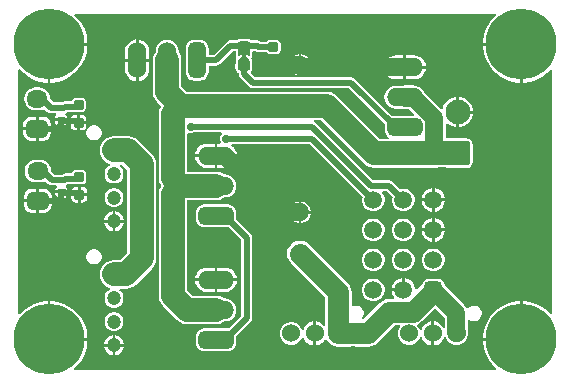
<source format=gbl>
G04*
G04 #@! TF.GenerationSoftware,Altium Limited,Altium Designer,21.1.1 (26)*
G04*
G04 Layer_Physical_Order=2*
G04 Layer_Color=16711680*
%FSLAX24Y24*%
%MOIN*%
G70*
G04*
G04 #@! TF.SameCoordinates,F00D2E86-8B98-404A-8CF5-AA7CE4D76747*
G04*
G04*
G04 #@! TF.FilePolarity,Positive*
G04*
G01*
G75*
%ADD11C,0.0197*%
%ADD32C,0.0787*%
%ADD33C,0.0591*%
%ADD34C,0.0600*%
%ADD35C,0.0472*%
%ADD36C,0.0512*%
G04:AMPARAMS|DCode=37|XSize=51.2mil|YSize=51.2mil|CornerRadius=7.7mil|HoleSize=0mil|Usage=FLASHONLY|Rotation=270.000|XOffset=0mil|YOffset=0mil|HoleType=Round|Shape=RoundedRectangle|*
%AMROUNDEDRECTD37*
21,1,0.0512,0.0358,0,0,270.0*
21,1,0.0358,0.0512,0,0,270.0*
1,1,0.0154,-0.0179,-0.0179*
1,1,0.0154,-0.0179,0.0179*
1,1,0.0154,0.0179,0.0179*
1,1,0.0154,0.0179,-0.0179*
%
%ADD37ROUNDEDRECTD37*%
%ADD38O,0.1200X0.0600*%
G04:AMPARAMS|DCode=39|XSize=60mil|YSize=120mil|CornerRadius=21mil|HoleSize=0mil|Usage=FLASHONLY|Rotation=90.000|XOffset=0mil|YOffset=0mil|HoleType=Round|Shape=RoundedRectangle|*
%AMROUNDEDRECTD39*
21,1,0.0600,0.0780,0,0,90.0*
21,1,0.0180,0.1200,0,0,90.0*
1,1,0.0420,0.0390,0.0090*
1,1,0.0420,0.0390,-0.0090*
1,1,0.0420,-0.0390,-0.0090*
1,1,0.0420,-0.0390,0.0090*
%
%ADD39ROUNDEDRECTD39*%
G04:AMPARAMS|DCode=40|XSize=59.1mil|YSize=70.9mil|CornerRadius=14.8mil|HoleSize=0mil|Usage=FLASHONLY|Rotation=270.000|XOffset=0mil|YOffset=0mil|HoleType=Round|Shape=RoundedRectangle|*
%AMROUNDEDRECTD40*
21,1,0.0591,0.0413,0,0,270.0*
21,1,0.0295,0.0709,0,0,270.0*
1,1,0.0295,-0.0207,-0.0148*
1,1,0.0295,-0.0207,0.0148*
1,1,0.0295,0.0207,0.0148*
1,1,0.0295,0.0207,-0.0148*
%
%ADD40ROUNDEDRECTD40*%
%ADD41O,0.0709X0.0591*%
G04:AMPARAMS|DCode=42|XSize=82.7mil|YSize=82.7mil|CornerRadius=12.4mil|HoleSize=0mil|Usage=FLASHONLY|Rotation=90.000|XOffset=0mil|YOffset=0mil|HoleType=Round|Shape=RoundedRectangle|*
%AMROUNDEDRECTD42*
21,1,0.0827,0.0579,0,0,90.0*
21,1,0.0579,0.0827,0,0,90.0*
1,1,0.0248,0.0289,0.0289*
1,1,0.0248,0.0289,-0.0289*
1,1,0.0248,-0.0289,-0.0289*
1,1,0.0248,-0.0289,0.0289*
%
%ADD42ROUNDEDRECTD42*%
%ADD43C,0.0827*%
%ADD44C,0.2362*%
%ADD45O,0.0600X0.1200*%
G04:AMPARAMS|DCode=46|XSize=60mil|YSize=120mil|CornerRadius=21mil|HoleSize=0mil|Usage=FLASHONLY|Rotation=180.000|XOffset=0mil|YOffset=0mil|HoleType=Round|Shape=RoundedRectangle|*
%AMROUNDEDRECTD46*
21,1,0.0600,0.0780,0,0,180.0*
21,1,0.0180,0.1200,0,0,180.0*
1,1,0.0420,-0.0090,0.0390*
1,1,0.0420,0.0090,0.0390*
1,1,0.0420,0.0090,-0.0390*
1,1,0.0420,-0.0090,-0.0390*
%
%ADD46ROUNDEDRECTD46*%
%ADD47C,0.0591*%
G04:AMPARAMS|DCode=48|XSize=59.1mil|YSize=59.1mil|CornerRadius=14.8mil|HoleSize=0mil|Usage=FLASHONLY|Rotation=90.000|XOffset=0mil|YOffset=0mil|HoleType=Round|Shape=RoundedRectangle|*
%AMROUNDEDRECTD48*
21,1,0.0591,0.0295,0,0,90.0*
21,1,0.0295,0.0591,0,0,90.0*
1,1,0.0295,0.0148,0.0148*
1,1,0.0295,0.0148,-0.0148*
1,1,0.0295,-0.0148,-0.0148*
1,1,0.0295,-0.0148,0.0148*
%
%ADD48ROUNDEDRECTD48*%
%ADD49C,0.0276*%
G04:AMPARAMS|DCode=50|XSize=31.5mil|YSize=31.5mil|CornerRadius=4.7mil|HoleSize=0mil|Usage=FLASHONLY|Rotation=270.000|XOffset=0mil|YOffset=0mil|HoleType=Round|Shape=RoundedRectangle|*
%AMROUNDEDRECTD50*
21,1,0.0315,0.0220,0,0,270.0*
21,1,0.0220,0.0315,0,0,270.0*
1,1,0.0094,-0.0110,-0.0110*
1,1,0.0094,-0.0110,0.0110*
1,1,0.0094,0.0110,0.0110*
1,1,0.0094,0.0110,-0.0110*
%
%ADD50ROUNDEDRECTD50*%
G04:AMPARAMS|DCode=51|XSize=32mil|YSize=40mil|CornerRadius=8mil|HoleSize=0mil|Usage=FLASHONLY|Rotation=90.000|XOffset=0mil|YOffset=0mil|HoleType=Round|Shape=RoundedRectangle|*
%AMROUNDEDRECTD51*
21,1,0.0320,0.0240,0,0,90.0*
21,1,0.0160,0.0400,0,0,90.0*
1,1,0.0160,0.0120,0.0080*
1,1,0.0160,0.0120,-0.0080*
1,1,0.0160,-0.0120,-0.0080*
1,1,0.0160,-0.0120,0.0080*
%
%ADD51ROUNDEDRECTD51*%
G04:AMPARAMS|DCode=52|XSize=19.7mil|YSize=19.7mil|CornerRadius=3mil|HoleSize=0mil|Usage=FLASHONLY|Rotation=270.000|XOffset=0mil|YOffset=0mil|HoleType=Round|Shape=RoundedRectangle|*
%AMROUNDEDRECTD52*
21,1,0.0197,0.0138,0,0,270.0*
21,1,0.0138,0.0197,0,0,270.0*
1,1,0.0059,-0.0069,-0.0069*
1,1,0.0059,-0.0069,0.0069*
1,1,0.0059,0.0069,0.0069*
1,1,0.0059,0.0069,-0.0069*
%
%ADD52ROUNDEDRECTD52*%
%ADD53C,0.0709*%
%ADD54C,0.0630*%
G36*
X16088Y11994D02*
X15952Y11858D01*
X15833Y11695D01*
X15742Y11515D01*
X15680Y11324D01*
X15648Y11124D01*
Y11073D01*
X16929D01*
Y11024D01*
X16978D01*
Y9743D01*
X17030D01*
X17229Y9774D01*
X17421Y9836D01*
X17601Y9928D01*
X17764Y10046D01*
X17900Y10182D01*
X17950Y10173D01*
Y2032D01*
X17900Y2022D01*
X17764Y2158D01*
X17601Y2277D01*
X17421Y2368D01*
X17229Y2431D01*
X17030Y2462D01*
X16978D01*
Y1181D01*
X16929D01*
Y1132D01*
X15648D01*
Y1080D01*
X15680Y881D01*
X15742Y689D01*
X15833Y510D01*
X15952Y347D01*
X16088Y211D01*
X16079Y161D01*
X2032D01*
X2022Y211D01*
X2158Y347D01*
X2277Y510D01*
X2368Y689D01*
X2431Y881D01*
X2462Y1080D01*
Y1132D01*
X1181D01*
Y1181D01*
X1132D01*
Y2462D01*
X1080D01*
X881Y2431D01*
X689Y2368D01*
X510Y2277D01*
X347Y2158D01*
X211Y2022D01*
X161Y2032D01*
Y10173D01*
X211Y10182D01*
X347Y10046D01*
X510Y9928D01*
X689Y9836D01*
X881Y9774D01*
X1080Y9743D01*
X1132D01*
Y11024D01*
X1181D01*
Y11073D01*
X2462D01*
Y11124D01*
X2431Y11324D01*
X2368Y11515D01*
X2277Y11695D01*
X2158Y11858D01*
X2022Y11994D01*
X2032Y12044D01*
X16079Y12044D01*
X16088Y11994D01*
D02*
G37*
%LPC*%
G36*
X7797Y11209D02*
X7557D01*
X7495Y11197D01*
X7443Y11162D01*
X7433Y11148D01*
X7227D01*
X7158Y11134D01*
X7100Y11095D01*
X6671Y10667D01*
X6499D01*
Y10876D01*
X6489Y10952D01*
X6460Y11022D01*
X6414Y11082D01*
X6354Y11128D01*
X6283Y11158D01*
X6208Y11167D01*
X6028D01*
X5953Y11158D01*
X5882Y11128D01*
X5822Y11082D01*
X5776Y11022D01*
X5747Y10952D01*
X5737Y10876D01*
Y10096D01*
X5747Y10021D01*
X5776Y9951D01*
X5822Y9890D01*
X5882Y9844D01*
X5953Y9815D01*
X6028Y9805D01*
X6208D01*
X6283Y9815D01*
X6354Y9844D01*
X6414Y9890D01*
X6460Y9951D01*
X6489Y10021D01*
X6499Y10096D01*
Y10306D01*
X6746D01*
X6815Y10319D01*
X6874Y10358D01*
X7302Y10787D01*
X7397D01*
X7397Y10649D01*
X7397Y10649D01*
X7397Y10642D01*
X7398Y10634D01*
X7398Y10626D01*
X7401Y10619D01*
X7403Y10611D01*
X7407Y10605D01*
X7410Y10597D01*
X7418Y10586D01*
X7424Y10580D01*
X7428Y10573D01*
X7435Y10569D01*
X7439Y10565D01*
X7426Y10545D01*
X7422Y10538D01*
X7418Y10531D01*
X7408Y10507D01*
X7407Y10499D01*
X7404Y10492D01*
X7398Y10466D01*
X7398Y10458D01*
X7397Y10451D01*
X7397Y10438D01*
X7397Y10380D01*
X7395Y10372D01*
Y10212D01*
X7408Y10150D01*
X7443Y10098D01*
X7495Y10063D01*
X7497Y10063D01*
Y10039D01*
X7510Y9970D01*
X7549Y9912D01*
X7845Y9616D01*
X7903Y9577D01*
X7972Y9563D01*
X11178D01*
X12368Y8374D01*
X12364Y8342D01*
Y8162D01*
X12374Y8087D01*
X12403Y8016D01*
X12449Y7956D01*
X12510Y7910D01*
X12513Y7908D01*
X12503Y7858D01*
X12217D01*
X10781Y9294D01*
X10683Y9369D01*
X10568Y9417D01*
X10444Y9433D01*
X5777D01*
X5595Y9615D01*
Y10486D01*
X5578Y10610D01*
X5531Y10724D01*
X5500Y10764D01*
Y10786D01*
X5487Y10885D01*
X5449Y10977D01*
X5388Y11056D01*
X5309Y11117D01*
X5217Y11155D01*
X5118Y11168D01*
X5019Y11155D01*
X4927Y11117D01*
X4848Y11056D01*
X4787Y10977D01*
X4749Y10885D01*
X4736Y10786D01*
Y10764D01*
X4705Y10724D01*
X4658Y10610D01*
X4642Y10486D01*
Y9418D01*
X4658Y9295D01*
X4705Y9180D01*
X4781Y9081D01*
X4915Y8947D01*
X4902Y8931D01*
X4855Y8816D01*
X4838Y8692D01*
Y6564D01*
X4855Y6440D01*
X4902Y6325D01*
X4922Y6299D01*
X4902Y6273D01*
X4855Y6158D01*
X4838Y6035D01*
Y2627D01*
X4855Y2503D01*
X4902Y2388D01*
X4978Y2290D01*
X5439Y1828D01*
X5538Y1753D01*
X5653Y1705D01*
X5776Y1689D01*
X6746D01*
X6869Y1705D01*
X6984Y1753D01*
X7024Y1783D01*
X7046D01*
X7145Y1796D01*
X7237Y1835D01*
X7316Y1895D01*
X7377Y1974D01*
X7415Y2066D01*
X7428Y2165D01*
X7415Y2264D01*
X7377Y2356D01*
X7316Y2435D01*
X7237Y2496D01*
X7145Y2534D01*
X7046Y2547D01*
X7024D01*
X6984Y2578D01*
X6869Y2626D01*
X6746Y2642D01*
X5974D01*
X5791Y2824D01*
Y5823D01*
X6746D01*
X6869Y5839D01*
X6984Y5887D01*
X7024Y5917D01*
X7046D01*
X7145Y5930D01*
X7237Y5968D01*
X7316Y6029D01*
X7377Y6108D01*
X7415Y6200D01*
X7428Y6299D01*
X7415Y6398D01*
X7377Y6490D01*
X7316Y6569D01*
X7237Y6630D01*
X7145Y6668D01*
X7046Y6681D01*
X7024D01*
X6984Y6712D01*
X6869Y6759D01*
X6746Y6776D01*
X5791D01*
Y8036D01*
X5833Y8063D01*
X5862Y8051D01*
X5949D01*
X6028Y8084D01*
X6031Y8087D01*
X6923D01*
X6943Y8037D01*
X6903Y7997D01*
X6870Y7917D01*
Y7831D01*
X6903Y7751D01*
X6906Y7749D01*
X6886Y7703D01*
X6795D01*
Y7348D01*
X7443D01*
X7436Y7404D01*
X7395Y7501D01*
X7331Y7584D01*
X7255Y7643D01*
X7257Y7668D01*
X7268Y7693D01*
X9874D01*
X11633Y5935D01*
X11618Y5880D01*
Y5781D01*
X11644Y5686D01*
X11693Y5601D01*
X11762Y5531D01*
X11848Y5482D01*
X11943Y5457D01*
X12041D01*
X12136Y5482D01*
X12222Y5531D01*
X12291Y5601D01*
X12341Y5686D01*
X12366Y5781D01*
Y5880D01*
X12341Y5975D01*
X12291Y6060D01*
X12279Y6072D01*
X12299Y6119D01*
X12449D01*
X12633Y5935D01*
X12618Y5880D01*
Y5781D01*
X12644Y5686D01*
X12693Y5601D01*
X12762Y5531D01*
X12848Y5482D01*
X12943Y5457D01*
X13041D01*
X13136Y5482D01*
X13222Y5531D01*
X13291Y5601D01*
X13341Y5686D01*
X13366Y5781D01*
Y5880D01*
X13341Y5975D01*
X13291Y6060D01*
X13222Y6130D01*
X13136Y6179D01*
X13041Y6205D01*
X12943D01*
X12888Y6190D01*
X12651Y6427D01*
X12593Y6466D01*
X12524Y6480D01*
X11984D01*
X10069Y8395D01*
X10017Y8430D01*
X10017Y8457D01*
X10025Y8480D01*
X10247D01*
X11682Y7045D01*
X11781Y6969D01*
X11896Y6922D01*
X12019Y6905D01*
X14075D01*
X14198Y6922D01*
X14206Y6925D01*
X14399D01*
X14435Y6902D01*
X14514Y6886D01*
X15092D01*
X15172Y6902D01*
X15239Y6946D01*
X15283Y7013D01*
X15299Y7093D01*
Y7671D01*
X15283Y7750D01*
X15239Y7817D01*
X15172Y7862D01*
X15092Y7878D01*
X14784D01*
X14783Y7878D01*
X14397D01*
Y8375D01*
X14443Y8394D01*
X14488Y8349D01*
X14605Y8281D01*
X14736Y8246D01*
X14754D01*
Y8760D01*
Y9273D01*
X14736D01*
X14605Y9238D01*
X14488Y9171D01*
X14392Y9075D01*
X14325Y8958D01*
X14303Y8877D01*
X14247Y8862D01*
X13683Y9425D01*
X13676Y9443D01*
X13615Y9522D01*
X13536Y9583D01*
X13525Y9588D01*
X13514Y9596D01*
X13418Y9636D01*
X13315Y9649D01*
X13045D01*
X12943Y9636D01*
X12939Y9634D01*
X12745D01*
X12646Y9621D01*
X12554Y9583D01*
X12475Y9522D01*
X12414Y9443D01*
X12376Y9351D01*
X12363Y9252D01*
X12376Y9153D01*
X12414Y9061D01*
X12475Y8982D01*
X12554Y8921D01*
X12646Y8883D01*
X12745Y8870D01*
X12939D01*
X12943Y8868D01*
X13045Y8855D01*
X13187D01*
X13362Y8679D01*
X13343Y8633D01*
X12655D01*
X12624Y8629D01*
X11381Y9872D01*
X11322Y9911D01*
X11253Y9925D01*
X8047D01*
X7908Y10064D01*
X7912Y10098D01*
X7947Y10150D01*
X7959Y10212D01*
Y10372D01*
X7957Y10380D01*
X7957Y10438D01*
X7957Y10438D01*
X7957Y10438D01*
X7957Y10438D01*
X7957Y10439D01*
X7957Y10451D01*
X7956Y10459D01*
X7956Y10467D01*
X7951Y10492D01*
X7948Y10499D01*
X7946Y10507D01*
X7937Y10531D01*
X7932Y10537D01*
X7929Y10545D01*
X7916Y10564D01*
X7920Y10568D01*
X7926Y10572D01*
X7931Y10579D01*
X7936Y10585D01*
X7944Y10596D01*
X7947Y10603D01*
X7951Y10610D01*
X7953Y10618D01*
X7956Y10625D01*
X7956Y10633D01*
X7957Y10641D01*
X7957Y10648D01*
X7957Y10648D01*
X7957Y10751D01*
X7993Y10787D01*
X8058D01*
X8100Y10758D01*
X8169Y10745D01*
X8447D01*
X8460Y10724D01*
X8502Y10696D01*
X8551Y10687D01*
X8772D01*
X8821Y10696D01*
X8862Y10724D01*
X8890Y10766D01*
X8900Y10815D01*
Y10979D01*
X8901Y10984D01*
X8900Y10989D01*
Y11035D01*
X8890Y11085D01*
X8862Y11126D01*
X8821Y11154D01*
X8772Y11164D01*
X8726D01*
X8720Y11165D01*
X8715Y11164D01*
X8551D01*
X8502Y11154D01*
X8460Y11126D01*
X8447Y11106D01*
X8239D01*
X8196Y11134D01*
X8127Y11148D01*
X7921D01*
X7912Y11162D01*
X7859Y11197D01*
X7797Y11209D01*
D02*
G37*
G36*
X4167Y11183D02*
Y10535D01*
X4522D01*
Y10786D01*
X4508Y10891D01*
X4468Y10988D01*
X4403Y11071D01*
X4320Y11136D01*
X4223Y11176D01*
X4167Y11183D01*
D02*
G37*
G36*
X4069D02*
X4014Y11176D01*
X3916Y11136D01*
X3833Y11071D01*
X3769Y10988D01*
X3728Y10891D01*
X3715Y10786D01*
Y10535D01*
X4069D01*
Y11183D01*
D02*
G37*
G36*
X9596Y10690D02*
Y10384D01*
X9903D01*
X9879Y10472D01*
X9832Y10553D01*
X9766Y10619D01*
X9685Y10666D01*
X9596Y10690D01*
D02*
G37*
G36*
X9498Y10690D02*
X9410Y10666D01*
X9329Y10619D01*
X9262Y10553D01*
X9216Y10472D01*
X9192Y10384D01*
X9498D01*
Y10690D01*
D02*
G37*
G36*
X8772Y10595D02*
X8711D01*
Y10384D01*
X8922D01*
Y10445D01*
X8910Y10502D01*
X8878Y10551D01*
X8829Y10584D01*
X8772Y10595D01*
D02*
G37*
G36*
X8612D02*
X8551D01*
X8494Y10584D01*
X8445Y10551D01*
X8412Y10502D01*
X8401Y10445D01*
Y10384D01*
X8612D01*
Y10595D01*
D02*
G37*
G36*
X13345Y10655D02*
X13094D01*
Y10301D01*
X13742D01*
X13735Y10356D01*
X13695Y10454D01*
X13631Y10537D01*
X13547Y10601D01*
X13450Y10642D01*
X13345Y10655D01*
D02*
G37*
G36*
X12996D02*
X12745D01*
X12641Y10642D01*
X12544Y10601D01*
X12460Y10537D01*
X12396Y10454D01*
X12356Y10356D01*
X12348Y10301D01*
X12996D01*
Y10655D01*
D02*
G37*
G36*
X8922Y10285D02*
X8711D01*
Y10074D01*
X8772D01*
X8829Y10086D01*
X8878Y10118D01*
X8910Y10167D01*
X8922Y10224D01*
Y10285D01*
D02*
G37*
G36*
X8612D02*
X8401D01*
Y10224D01*
X8412Y10167D01*
X8445Y10118D01*
X8494Y10086D01*
X8551Y10074D01*
X8612D01*
Y10285D01*
D02*
G37*
G36*
X9903Y10285D02*
X9596D01*
Y9979D01*
X9685Y10003D01*
X9766Y10050D01*
X9832Y10116D01*
X9879Y10197D01*
X9903Y10285D01*
D02*
G37*
G36*
X9498D02*
X9192D01*
X9216Y10197D01*
X9262Y10116D01*
X9329Y10050D01*
X9410Y10003D01*
X9498Y9979D01*
Y10285D01*
D02*
G37*
G36*
X13742Y10203D02*
X13094D01*
Y9849D01*
X13345D01*
X13450Y9862D01*
X13547Y9903D01*
X13631Y9967D01*
X13695Y10050D01*
X13735Y10148D01*
X13742Y10203D01*
D02*
G37*
G36*
X12996D02*
X12348D01*
X12356Y10148D01*
X12396Y10050D01*
X12460Y9967D01*
X12544Y9903D01*
X12641Y9862D01*
X12745Y9849D01*
X12996D01*
Y10203D01*
D02*
G37*
G36*
X4522Y10437D02*
X4167D01*
Y9789D01*
X4223Y9797D01*
X4320Y9837D01*
X4403Y9901D01*
X4468Y9984D01*
X4508Y10082D01*
X4522Y10186D01*
Y10437D01*
D02*
G37*
G36*
X4069D02*
X3715D01*
Y10186D01*
X3728Y10082D01*
X3769Y9984D01*
X3833Y9901D01*
X3916Y9837D01*
X4014Y9797D01*
X4069Y9789D01*
Y10437D01*
D02*
G37*
G36*
X16880Y10974D02*
X15648D01*
Y10923D01*
X15680Y10724D01*
X15742Y10532D01*
X15833Y10352D01*
X15952Y10189D01*
X16095Y10046D01*
X16258Y9928D01*
X16437Y9836D01*
X16629Y9774D01*
X16828Y9743D01*
X16880D01*
Y10974D01*
D02*
G37*
G36*
X2462D02*
X1230D01*
Y9743D01*
X1282D01*
X1481Y9774D01*
X1673Y9836D01*
X1853Y9928D01*
X2016Y10046D01*
X2158Y10189D01*
X2277Y10352D01*
X2368Y10532D01*
X2431Y10724D01*
X2462Y10923D01*
Y10974D01*
D02*
G37*
G36*
X14871Y9273D02*
X14852D01*
Y8809D01*
X15317D01*
Y8827D01*
X15282Y8958D01*
X15214Y9075D01*
X15118Y9171D01*
X15001Y9238D01*
X14871Y9273D01*
D02*
G37*
G36*
X846Y9578D02*
X728D01*
X631Y9565D01*
X540Y9527D01*
X462Y9468D01*
X402Y9389D01*
X364Y9298D01*
X351Y9201D01*
X364Y9103D01*
X402Y9012D01*
X462Y8934D01*
X540Y8874D01*
X631Y8836D01*
X728Y8824D01*
X846D01*
X944Y8836D01*
X1027Y8871D01*
X1128Y8770D01*
X1187Y8731D01*
X1256Y8717D01*
X1399D01*
X1414Y8667D01*
X1413Y8666D01*
X1384Y8623D01*
X1374Y8573D01*
Y8553D01*
X1575D01*
X1776D01*
Y8573D01*
X1766Y8623D01*
X1737Y8666D01*
X1723Y8676D01*
X1733Y8729D01*
X1742Y8731D01*
X1781Y8756D01*
X2106D01*
X2111Y8757D01*
X2276D01*
X2325Y8767D01*
X2366Y8795D01*
X2394Y8837D01*
X2404Y8886D01*
Y9106D01*
X2394Y9155D01*
X2366Y9197D01*
X2325Y9225D01*
X2276Y9235D01*
X2055D01*
X2006Y9225D01*
X1964Y9197D01*
X1936Y9155D01*
X1929Y9118D01*
X1713D01*
X1643Y9104D01*
X1605Y9078D01*
X1331D01*
X1222Y9187D01*
X1224Y9201D01*
X1211Y9298D01*
X1173Y9389D01*
X1113Y9468D01*
X1035Y9527D01*
X944Y9565D01*
X846Y9578D01*
D02*
G37*
G36*
X2276Y8666D02*
X2215D01*
Y8455D01*
X2426D01*
Y8516D01*
X2414Y8573D01*
X2382Y8622D01*
X2333Y8654D01*
X2276Y8666D01*
D02*
G37*
G36*
X2116D02*
X2055D01*
X1998Y8654D01*
X1949Y8622D01*
X1916Y8573D01*
X1905Y8516D01*
Y8455D01*
X2116D01*
Y8666D01*
D02*
G37*
G36*
X1776Y8455D02*
X1624D01*
Y8303D01*
X1644D01*
X1694Y8313D01*
X1737Y8342D01*
X1766Y8385D01*
X1776Y8435D01*
Y8455D01*
D02*
G37*
G36*
X1526D02*
X1374D01*
Y8435D01*
X1384Y8385D01*
X1413Y8342D01*
X1455Y8313D01*
X1506Y8303D01*
X1526D01*
Y8455D01*
D02*
G37*
G36*
X994Y8601D02*
X837D01*
Y8250D01*
X1247D01*
Y8348D01*
X1227Y8445D01*
X1173Y8527D01*
X1091Y8582D01*
X994Y8601D01*
D02*
G37*
G36*
X738D02*
X581D01*
X484Y8582D01*
X402Y8527D01*
X347Y8445D01*
X328Y8348D01*
Y8250D01*
X738D01*
Y8601D01*
D02*
G37*
G36*
X15317Y8711D02*
X14852D01*
Y8246D01*
X14871D01*
X15001Y8281D01*
X15118Y8349D01*
X15214Y8445D01*
X15282Y8562D01*
X15317Y8692D01*
Y8711D01*
D02*
G37*
G36*
X2426Y8356D02*
X2215D01*
Y8145D01*
X2276D01*
X2333Y8157D01*
X2382Y8189D01*
X2414Y8238D01*
X2426Y8295D01*
Y8356D01*
D02*
G37*
G36*
X2116D02*
X1905D01*
Y8295D01*
X1916Y8238D01*
X1949Y8189D01*
X1998Y8157D01*
X2055Y8145D01*
X2116D01*
Y8356D01*
D02*
G37*
G36*
X2711Y8327D02*
X2643D01*
X2578Y8309D01*
X2520Y8276D01*
X2472Y8228D01*
X2439Y8170D01*
X2421Y8105D01*
Y8037D01*
X2439Y7972D01*
X2472Y7914D01*
X2520Y7866D01*
X2578Y7832D01*
X2643Y7815D01*
X2711D01*
X2776Y7832D01*
X2834Y7866D01*
X2882Y7914D01*
X2916Y7972D01*
X2933Y8037D01*
Y8105D01*
X2916Y8170D01*
X2882Y8228D01*
X2834Y8276D01*
X2776Y8309D01*
X2711Y8327D01*
D02*
G37*
G36*
X1247Y8152D02*
X837D01*
Y7801D01*
X994D01*
X1091Y7820D01*
X1173Y7875D01*
X1227Y7957D01*
X1247Y8053D01*
Y8152D01*
D02*
G37*
G36*
X738D02*
X328D01*
Y8053D01*
X347Y7957D01*
X402Y7875D01*
X484Y7820D01*
X581Y7801D01*
X738D01*
Y8152D01*
D02*
G37*
G36*
X6697Y7703D02*
X6446D01*
X6342Y7689D01*
X6244Y7649D01*
X6161Y7584D01*
X6097Y7501D01*
X6056Y7404D01*
X6049Y7348D01*
X6697D01*
Y7703D01*
D02*
G37*
G36*
X7443Y7250D02*
X6795D01*
Y6896D01*
X7046D01*
X7150Y6910D01*
X7248Y6950D01*
X7331Y7014D01*
X7395Y7097D01*
X7436Y7195D01*
X7443Y7250D01*
D02*
G37*
G36*
X6697D02*
X6049D01*
X6056Y7195D01*
X6097Y7097D01*
X6161Y7014D01*
X6244Y6950D01*
X6342Y6910D01*
X6446Y6896D01*
X6697D01*
Y7250D01*
D02*
G37*
G36*
X866Y7176D02*
X748D01*
X650Y7164D01*
X559Y7126D01*
X481Y7066D01*
X421Y6988D01*
X384Y6897D01*
X371Y6799D01*
X384Y6702D01*
X421Y6611D01*
X481Y6532D01*
X559Y6473D01*
X650Y6435D01*
X748Y6422D01*
X866D01*
X964Y6435D01*
X1047Y6469D01*
X1148Y6368D01*
X1207Y6329D01*
X1276Y6315D01*
X1418D01*
X1433Y6265D01*
X1432Y6265D01*
X1404Y6222D01*
X1394Y6171D01*
Y6152D01*
X1594D01*
X1795D01*
Y6171D01*
X1785Y6222D01*
X1757Y6265D01*
X1742Y6274D01*
X1753Y6327D01*
X1762Y6329D01*
X1800Y6355D01*
X2126D01*
X2131Y6356D01*
X2295D01*
X2344Y6366D01*
X2386Y6393D01*
X2414Y6435D01*
X2424Y6484D01*
Y6705D01*
X2414Y6754D01*
X2386Y6796D01*
X2344Y6823D01*
X2295Y6833D01*
X2075D01*
X2026Y6823D01*
X1984Y6796D01*
X1956Y6754D01*
X1949Y6716D01*
X1732D01*
X1663Y6702D01*
X1625Y6677D01*
X1351D01*
X1242Y6786D01*
X1243Y6799D01*
X1231Y6897D01*
X1193Y6988D01*
X1133Y7066D01*
X1055Y7126D01*
X964Y7164D01*
X866Y7176D01*
D02*
G37*
G36*
X2295Y6264D02*
X2234D01*
Y6053D01*
X2445D01*
Y6114D01*
X2434Y6172D01*
X2401Y6220D01*
X2353Y6253D01*
X2295Y6264D01*
D02*
G37*
G36*
X2136D02*
X2075D01*
X2017Y6253D01*
X1969Y6220D01*
X1936Y6172D01*
X1925Y6114D01*
Y6053D01*
X2136D01*
Y6264D01*
D02*
G37*
G36*
X1795Y6053D02*
X1644D01*
Y5901D01*
X1663D01*
X1714Y5911D01*
X1757Y5940D01*
X1785Y5983D01*
X1795Y6033D01*
Y6053D01*
D02*
G37*
G36*
X1545D02*
X1394D01*
Y6033D01*
X1404Y5983D01*
X1432Y5940D01*
X1475Y5911D01*
X1526Y5901D01*
X1545D01*
Y6053D01*
D02*
G37*
G36*
X14044Y6226D02*
X14041D01*
Y5880D01*
X14387D01*
Y5883D01*
X14360Y5983D01*
X14308Y6073D01*
X14235Y6147D01*
X14145Y6199D01*
X14044Y6226D01*
D02*
G37*
G36*
X13943D02*
X13940D01*
X13840Y6199D01*
X13749Y6147D01*
X13676Y6073D01*
X13624Y5983D01*
X13597Y5883D01*
Y5880D01*
X13943D01*
Y6226D01*
D02*
G37*
G36*
X1014Y6199D02*
X856D01*
Y5848D01*
X1266D01*
Y5947D01*
X1247Y6043D01*
X1192Y6125D01*
X1110Y6180D01*
X1014Y6199D01*
D02*
G37*
G36*
X758D02*
X600D01*
X504Y6180D01*
X422Y6125D01*
X367Y6043D01*
X348Y5947D01*
Y5848D01*
X758D01*
Y6199D01*
D02*
G37*
G36*
X2445Y5955D02*
X2234D01*
Y5744D01*
X2295D01*
X2353Y5755D01*
X2401Y5788D01*
X2434Y5836D01*
X2445Y5894D01*
Y5955D01*
D02*
G37*
G36*
X2136D02*
X1925D01*
Y5894D01*
X1936Y5836D01*
X1969Y5788D01*
X2017Y5755D01*
X2075Y5744D01*
X2136D01*
Y5955D01*
D02*
G37*
G36*
X3388Y6220D02*
X3305D01*
X3225Y6199D01*
X3153Y6158D01*
X3094Y6099D01*
X3053Y6027D01*
X3031Y5947D01*
Y5864D01*
X3053Y5784D01*
X3094Y5712D01*
X3153Y5653D01*
X3225Y5612D01*
X3305Y5591D01*
X3388D01*
X3468Y5612D01*
X3540Y5653D01*
X3598Y5712D01*
X3640Y5784D01*
X3661Y5864D01*
Y5947D01*
X3640Y6027D01*
X3598Y6099D01*
X3540Y6158D01*
X3468Y6199D01*
X3388Y6220D01*
D02*
G37*
G36*
X9596Y5769D02*
Y5463D01*
X9903D01*
X9879Y5551D01*
X9832Y5632D01*
X9766Y5698D01*
X9685Y5745D01*
X9596Y5769D01*
D02*
G37*
G36*
X9498D02*
X9410Y5745D01*
X9329Y5698D01*
X9262Y5632D01*
X9216Y5551D01*
X9192Y5463D01*
X9498D01*
Y5769D01*
D02*
G37*
G36*
X14387Y5781D02*
X14041D01*
Y5435D01*
X14044D01*
X14145Y5462D01*
X14235Y5514D01*
X14308Y5588D01*
X14360Y5678D01*
X14387Y5779D01*
Y5781D01*
D02*
G37*
G36*
X13943D02*
X13597D01*
Y5779D01*
X13624Y5678D01*
X13676Y5588D01*
X13749Y5514D01*
X13840Y5462D01*
X13940Y5435D01*
X13943D01*
Y5781D01*
D02*
G37*
G36*
X1266Y5750D02*
X856D01*
Y5399D01*
X1014D01*
X1110Y5418D01*
X1192Y5473D01*
X1247Y5555D01*
X1266Y5652D01*
Y5750D01*
D02*
G37*
G36*
X758D02*
X348D01*
Y5652D01*
X367Y5555D01*
X422Y5473D01*
X504Y5418D01*
X600Y5399D01*
X758D01*
Y5750D01*
D02*
G37*
G36*
X3396Y5453D02*
Y5167D01*
X3681D01*
X3660Y5248D01*
X3616Y5325D01*
X3553Y5387D01*
X3476Y5431D01*
X3396Y5453D01*
D02*
G37*
G36*
X3297D02*
X3217Y5431D01*
X3140Y5387D01*
X3077Y5325D01*
X3033Y5248D01*
X3012Y5167D01*
X3297D01*
Y5453D01*
D02*
G37*
G36*
X9903Y5364D02*
X9596D01*
Y5058D01*
X9685Y5082D01*
X9766Y5129D01*
X9832Y5195D01*
X9879Y5276D01*
X9903Y5364D01*
D02*
G37*
G36*
X9498D02*
X9192D01*
X9216Y5276D01*
X9262Y5195D01*
X9329Y5129D01*
X9410Y5082D01*
X9498Y5058D01*
Y5364D01*
D02*
G37*
G36*
X14044Y5226D02*
X14041D01*
Y4880D01*
X14387D01*
Y4883D01*
X14360Y4983D01*
X14308Y5073D01*
X14235Y5147D01*
X14145Y5199D01*
X14044Y5226D01*
D02*
G37*
G36*
X13943D02*
X13940D01*
X13840Y5199D01*
X13749Y5147D01*
X13676Y5073D01*
X13624Y4983D01*
X13597Y4883D01*
Y4880D01*
X13943D01*
Y5226D01*
D02*
G37*
G36*
X3681Y5069D02*
X3396D01*
Y4783D01*
X3476Y4805D01*
X3553Y4849D01*
X3616Y4912D01*
X3660Y4988D01*
X3681Y5069D01*
D02*
G37*
G36*
X3297D02*
X3012D01*
X3033Y4988D01*
X3077Y4912D01*
X3140Y4849D01*
X3217Y4805D01*
X3297Y4783D01*
Y5069D01*
D02*
G37*
G36*
X13041Y5205D02*
X12943D01*
X12848Y5179D01*
X12762Y5130D01*
X12693Y5060D01*
X12644Y4975D01*
X12618Y4880D01*
Y4781D01*
X12644Y4686D01*
X12693Y4601D01*
X12762Y4531D01*
X12848Y4482D01*
X12943Y4457D01*
X13041D01*
X13136Y4482D01*
X13222Y4531D01*
X13291Y4601D01*
X13341Y4686D01*
X13366Y4781D01*
Y4880D01*
X13341Y4975D01*
X13291Y5060D01*
X13222Y5130D01*
X13136Y5179D01*
X13041Y5205D01*
D02*
G37*
G36*
X12041D02*
X11943D01*
X11848Y5179D01*
X11762Y5130D01*
X11693Y5060D01*
X11644Y4975D01*
X11618Y4880D01*
Y4781D01*
X11644Y4686D01*
X11693Y4601D01*
X11762Y4531D01*
X11848Y4482D01*
X11943Y4457D01*
X12041D01*
X12136Y4482D01*
X12222Y4531D01*
X12291Y4601D01*
X12341Y4686D01*
X12366Y4781D01*
Y4880D01*
X12341Y4975D01*
X12291Y5060D01*
X12222Y5130D01*
X12136Y5179D01*
X12041Y5205D01*
D02*
G37*
G36*
X14387Y4782D02*
X14041D01*
Y4435D01*
X14044D01*
X14145Y4462D01*
X14235Y4514D01*
X14308Y4588D01*
X14360Y4678D01*
X14387Y4779D01*
Y4782D01*
D02*
G37*
G36*
X13943D02*
X13597D01*
Y4779D01*
X13624Y4678D01*
X13676Y4588D01*
X13749Y4514D01*
X13840Y4462D01*
X13940Y4435D01*
X13943D01*
Y4782D01*
D02*
G37*
G36*
X2711Y4193D02*
X2643D01*
X2578Y4175D01*
X2520Y4142D01*
X2472Y4094D01*
X2439Y4036D01*
X2421Y3971D01*
Y3903D01*
X2439Y3838D01*
X2472Y3780D01*
X2520Y3732D01*
X2578Y3699D01*
X2643Y3681D01*
X2711D01*
X2776Y3699D01*
X2834Y3732D01*
X2882Y3780D01*
X2916Y3838D01*
X2933Y3903D01*
Y3971D01*
X2916Y4036D01*
X2882Y4094D01*
X2834Y4142D01*
X2776Y4175D01*
X2711Y4193D01*
D02*
G37*
G36*
X14041Y4205D02*
X13943D01*
X13848Y4179D01*
X13762Y4130D01*
X13693Y4060D01*
X13644Y3975D01*
X13618Y3880D01*
Y3781D01*
X13644Y3686D01*
X13693Y3601D01*
X13762Y3531D01*
X13848Y3482D01*
X13943Y3457D01*
X14041D01*
X14136Y3482D01*
X14222Y3531D01*
X14291Y3601D01*
X14341Y3686D01*
X14366Y3781D01*
Y3880D01*
X14341Y3975D01*
X14291Y4060D01*
X14222Y4130D01*
X14136Y4179D01*
X14041Y4205D01*
D02*
G37*
G36*
X13041D02*
X12943D01*
X12848Y4179D01*
X12762Y4130D01*
X12693Y4060D01*
X12644Y3975D01*
X12618Y3880D01*
Y3781D01*
X12644Y3686D01*
X12693Y3601D01*
X12762Y3531D01*
X12848Y3482D01*
X12943Y3457D01*
X13041D01*
X13136Y3482D01*
X13222Y3531D01*
X13291Y3601D01*
X13341Y3686D01*
X13366Y3781D01*
Y3880D01*
X13341Y3975D01*
X13291Y4060D01*
X13222Y4130D01*
X13136Y4179D01*
X13041Y4205D01*
D02*
G37*
G36*
X12041D02*
X11943D01*
X11848Y4179D01*
X11762Y4130D01*
X11693Y4060D01*
X11644Y3975D01*
X11618Y3880D01*
Y3781D01*
X11644Y3686D01*
X11693Y3601D01*
X11762Y3531D01*
X11848Y3482D01*
X11943Y3457D01*
X12041D01*
X12136Y3482D01*
X12222Y3531D01*
X12291Y3601D01*
X12341Y3686D01*
X12366Y3781D01*
Y3880D01*
X12341Y3975D01*
X12291Y4060D01*
X12222Y4130D01*
X12136Y4179D01*
X12041Y4205D01*
D02*
G37*
G36*
X7046Y3569D02*
X6795D01*
Y3215D01*
X7443D01*
X7436Y3270D01*
X7395Y3367D01*
X7331Y3451D01*
X7248Y3515D01*
X7150Y3555D01*
X7046Y3569D01*
D02*
G37*
G36*
X6697D02*
X6446D01*
X6342Y3555D01*
X6244Y3515D01*
X6161Y3451D01*
X6097Y3367D01*
X6056Y3270D01*
X6049Y3215D01*
X6697D01*
Y3569D01*
D02*
G37*
G36*
X12943Y3226D02*
X12940D01*
X12840Y3199D01*
X12749Y3147D01*
X12676Y3073D01*
X12624Y2983D01*
X12597Y2883D01*
Y2880D01*
X12943D01*
Y3226D01*
D02*
G37*
G36*
X7443Y3116D02*
X6795D01*
Y2762D01*
X7046D01*
X7150Y2776D01*
X7248Y2816D01*
X7331Y2880D01*
X7395Y2964D01*
X7436Y3061D01*
X7443Y3116D01*
D02*
G37*
G36*
X6697D02*
X6049D01*
X6056Y3061D01*
X6097Y2964D01*
X6161Y2880D01*
X6244Y2816D01*
X6342Y2776D01*
X6446Y2762D01*
X6697D01*
Y3116D01*
D02*
G37*
G36*
X12041Y3205D02*
X11943D01*
X11848Y3179D01*
X11762Y3130D01*
X11693Y3060D01*
X11644Y2975D01*
X11618Y2880D01*
Y2781D01*
X11644Y2686D01*
X11693Y2601D01*
X11762Y2531D01*
X11848Y2482D01*
X11943Y2457D01*
X12041D01*
X12136Y2482D01*
X12222Y2531D01*
X12291Y2601D01*
X12341Y2686D01*
X12366Y2781D01*
Y2880D01*
X12341Y2975D01*
X12291Y3060D01*
X12222Y3130D01*
X12136Y3179D01*
X12041Y3205D01*
D02*
G37*
G36*
X3810Y7957D02*
X3346D01*
X3223Y7941D01*
X3108Y7893D01*
X3010Y7817D01*
X2934Y7719D01*
X2886Y7604D01*
X2870Y7480D01*
X2886Y7357D01*
X2934Y7242D01*
X3010Y7143D01*
X3108Y7068D01*
X3200Y7030D01*
X3203Y6974D01*
X3153Y6945D01*
X3094Y6886D01*
X3053Y6814D01*
X3031Y6734D01*
Y6651D01*
X3053Y6571D01*
X3094Y6500D01*
X3153Y6441D01*
X3225Y6399D01*
X3305Y6378D01*
X3388D01*
X3468Y6399D01*
X3540Y6441D01*
X3598Y6500D01*
X3640Y6571D01*
X3661Y6651D01*
Y6734D01*
X3640Y6814D01*
X3598Y6886D01*
X3540Y6945D01*
X3525Y6954D01*
X3538Y7004D01*
X3613D01*
X3795Y6822D01*
Y4075D01*
X3543Y3823D01*
X3346D01*
X3223Y3807D01*
X3108Y3759D01*
X3010Y3683D01*
X2934Y3585D01*
X2886Y3470D01*
X2870Y3346D01*
X2886Y3223D01*
X2934Y3108D01*
X3010Y3010D01*
X3108Y2934D01*
X3200Y2896D01*
X3203Y2840D01*
X3153Y2811D01*
X3094Y2752D01*
X3053Y2681D01*
X3031Y2601D01*
Y2518D01*
X3053Y2437D01*
X3094Y2366D01*
X3153Y2307D01*
X3225Y2266D01*
X3305Y2244D01*
X3388D01*
X3468Y2266D01*
X3540Y2307D01*
X3598Y2366D01*
X3640Y2437D01*
X3661Y2518D01*
Y2601D01*
X3640Y2681D01*
X3598Y2752D01*
X3540Y2811D01*
X3525Y2820D01*
X3538Y2870D01*
X3740D01*
X3863Y2886D01*
X3978Y2934D01*
X4077Y3010D01*
X4609Y3541D01*
X4684Y3640D01*
X4732Y3755D01*
X4748Y3878D01*
X4744Y3907D01*
X4748Y3937D01*
Y7019D01*
X4732Y7142D01*
X4684Y7257D01*
X4609Y7356D01*
X4147Y7817D01*
X4049Y7893D01*
X3934Y7941D01*
X3810Y7957D01*
D02*
G37*
G36*
X9547Y4472D02*
X9434Y4457D01*
X9329Y4414D01*
X9238Y4344D01*
X9169Y4254D01*
X9125Y4148D01*
X9110Y4035D01*
X9125Y3922D01*
X9169Y3817D01*
X9238Y3727D01*
X9238Y3727D01*
X10390Y2575D01*
Y1664D01*
X10340Y1643D01*
X10285Y1698D01*
X10194Y1751D01*
X10092Y1778D01*
X10089D01*
Y1378D01*
Y978D01*
X10092D01*
X10194Y1005D01*
X10285Y1058D01*
X10359Y1132D01*
X10387Y1180D01*
X10443Y1177D01*
X10448Y1163D01*
X10518Y1073D01*
X10519Y1072D01*
X10520Y1071D01*
X10610Y1001D01*
X10716Y958D01*
X10829Y943D01*
X11813D01*
X11926Y958D01*
X12031Y1001D01*
X12122Y1071D01*
X12705Y1655D01*
X12867D01*
X12882Y1605D01*
X12836Y1524D01*
X12810Y1428D01*
Y1328D01*
X12836Y1232D01*
X12886Y1145D01*
X12956Y1075D01*
X13043Y1025D01*
X13139Y999D01*
X13239D01*
X13335Y1025D01*
X13422Y1075D01*
X13492Y1145D01*
X13542Y1232D01*
X13546Y1246D01*
X13598D01*
X13604Y1224D01*
X13656Y1132D01*
X13731Y1058D01*
X13822Y1005D01*
X13924Y978D01*
X13927D01*
Y1378D01*
Y1778D01*
X13924D01*
X13822Y1751D01*
X13731Y1698D01*
X13656Y1624D01*
X13604Y1532D01*
X13598Y1510D01*
X13546D01*
X13542Y1524D01*
X13492Y1611D01*
X13462Y1640D01*
X13472Y1690D01*
X13529Y1713D01*
X13619Y1782D01*
X14063Y2226D01*
X14385Y1905D01*
Y1571D01*
X14335Y1557D01*
X14296Y1624D01*
X14222Y1698D01*
X14131Y1751D01*
X14029Y1778D01*
X14026D01*
Y1378D01*
Y978D01*
X14029D01*
X14131Y1005D01*
X14222Y1058D01*
X14296Y1132D01*
X14349Y1224D01*
X14355Y1246D01*
X14407D01*
X14411Y1232D01*
X14461Y1145D01*
X14531Y1075D01*
X14618Y1025D01*
X14714Y999D01*
X14814D01*
X14910Y1025D01*
X14996Y1075D01*
X15067Y1145D01*
X15117Y1232D01*
X15143Y1328D01*
Y1428D01*
X15139Y1440D01*
Y1830D01*
X15189Y1850D01*
X15197Y1842D01*
X15256Y1809D01*
X15321Y1791D01*
X15388D01*
X15453Y1809D01*
X15511Y1842D01*
X15559Y1890D01*
X15593Y1948D01*
X15610Y2014D01*
Y2081D01*
X15593Y2146D01*
X15559Y2204D01*
X15511Y2252D01*
X15453Y2286D01*
X15388Y2303D01*
X15321D01*
X15256Y2286D01*
X15197Y2252D01*
X15158Y2213D01*
X15125Y2212D01*
X15101Y2220D01*
X15089Y2249D01*
X15029Y2328D01*
X14369Y2988D01*
X14353Y3067D01*
X14303Y3142D01*
X14228Y3192D01*
X14140Y3209D01*
X13844D01*
X13756Y3192D01*
X13681Y3142D01*
X13631Y3067D01*
X13622Y3021D01*
X13434Y2832D01*
X13387Y2852D01*
Y2883D01*
X13360Y2983D01*
X13308Y3073D01*
X13235Y3147D01*
X13145Y3199D01*
X13044Y3226D01*
X13041D01*
Y2831D01*
X12992D01*
Y2781D01*
X12597D01*
Y2779D01*
X12624Y2678D01*
X12676Y2588D01*
X12689Y2574D01*
X12670Y2528D01*
X12524D01*
X12411Y2513D01*
X12306Y2470D01*
X12216Y2400D01*
X11661Y1846D01*
X11651Y1848D01*
X11641Y1862D01*
X11630Y1903D01*
X11656Y1948D01*
X11673Y2014D01*
Y2081D01*
X11656Y2146D01*
X11622Y2204D01*
X11574Y2252D01*
X11516Y2286D01*
X11451Y2303D01*
X11384D01*
X11319Y2286D01*
X11307Y2279D01*
X11264Y2304D01*
Y2756D01*
X11249Y2869D01*
X11205Y2974D01*
X11136Y3065D01*
X9856Y4344D01*
X9766Y4414D01*
X9660Y4457D01*
X9547Y4472D01*
D02*
G37*
G36*
X7136Y5680D02*
X6356D01*
X6281Y5671D01*
X6210Y5641D01*
X6150Y5595D01*
X6104Y5535D01*
X6075Y5465D01*
X6065Y5389D01*
Y5209D01*
X6075Y5134D01*
X6104Y5064D01*
X6150Y5003D01*
X6210Y4957D01*
X6281Y4928D01*
X6356Y4918D01*
X7136D01*
X7168Y4922D01*
X7595Y4495D01*
Y1970D01*
X7168Y1542D01*
X7136Y1547D01*
X6356D01*
X6281Y1537D01*
X6210Y1508D01*
X6150Y1461D01*
X6104Y1401D01*
X6075Y1331D01*
X6065Y1255D01*
Y1075D01*
X6075Y1000D01*
X6104Y930D01*
X6150Y869D01*
X6210Y823D01*
X6281Y794D01*
X6356Y784D01*
X7136D01*
X7211Y794D01*
X7282Y823D01*
X7342Y869D01*
X7388Y930D01*
X7417Y1000D01*
X7427Y1075D01*
Y1255D01*
X7423Y1287D01*
X7903Y1767D01*
X7942Y1826D01*
X7956Y1895D01*
Y4570D01*
X7942Y4639D01*
X7903Y4697D01*
X7423Y5178D01*
X7427Y5209D01*
Y5389D01*
X7417Y5465D01*
X7388Y5535D01*
X7342Y5595D01*
X7282Y5641D01*
X7211Y5671D01*
X7136Y5680D01*
D02*
G37*
G36*
X9990Y1778D02*
X9987D01*
X9885Y1751D01*
X9794Y1698D01*
X9719Y1624D01*
X9667Y1532D01*
X9661Y1510D01*
X9609D01*
X9605Y1524D01*
X9555Y1611D01*
X9485Y1681D01*
X9398Y1731D01*
X9302Y1757D01*
X9202D01*
X9106Y1731D01*
X9019Y1681D01*
X8949Y1611D01*
X8899Y1524D01*
X8873Y1428D01*
Y1328D01*
X8899Y1232D01*
X8949Y1145D01*
X9019Y1075D01*
X9106Y1025D01*
X9202Y999D01*
X9302D01*
X9398Y1025D01*
X9485Y1075D01*
X9555Y1145D01*
X9605Y1232D01*
X9609Y1246D01*
X9661D01*
X9667Y1224D01*
X9719Y1132D01*
X9794Y1058D01*
X9885Y1005D01*
X9987Y978D01*
X9990D01*
Y1378D01*
Y1778D01*
D02*
G37*
G36*
X3388Y2087D02*
X3305D01*
X3225Y2065D01*
X3153Y2024D01*
X3094Y1965D01*
X3053Y1893D01*
X3031Y1813D01*
Y1730D01*
X3053Y1650D01*
X3094Y1578D01*
X3153Y1520D01*
X3225Y1478D01*
X3305Y1457D01*
X3388D01*
X3468Y1478D01*
X3540Y1520D01*
X3598Y1578D01*
X3640Y1650D01*
X3661Y1730D01*
Y1813D01*
X3640Y1893D01*
X3598Y1965D01*
X3540Y2024D01*
X3468Y2065D01*
X3388Y2087D01*
D02*
G37*
G36*
X1282Y2462D02*
X1230D01*
Y1230D01*
X2462D01*
Y1282D01*
X2431Y1481D01*
X2368Y1673D01*
X2277Y1853D01*
X2158Y2016D01*
X2016Y2158D01*
X1853Y2277D01*
X1673Y2368D01*
X1481Y2431D01*
X1282Y2462D01*
D02*
G37*
G36*
X16880D02*
X16828D01*
X16629Y2431D01*
X16437Y2368D01*
X16258Y2277D01*
X16095Y2158D01*
X15952Y2016D01*
X15833Y1853D01*
X15742Y1673D01*
X15680Y1481D01*
X15648Y1282D01*
Y1230D01*
X16880D01*
Y2462D01*
D02*
G37*
G36*
X3396Y1319D02*
Y1033D01*
X3681D01*
X3660Y1114D01*
X3616Y1191D01*
X3553Y1253D01*
X3476Y1298D01*
X3396Y1319D01*
D02*
G37*
G36*
X3297D02*
X3217Y1298D01*
X3140Y1253D01*
X3077Y1191D01*
X3033Y1114D01*
X3012Y1033D01*
X3297D01*
Y1319D01*
D02*
G37*
G36*
X3681Y935D02*
X3396D01*
Y649D01*
X3476Y671D01*
X3553Y715D01*
X3616Y778D01*
X3660Y854D01*
X3681Y935D01*
D02*
G37*
G36*
X3297D02*
X3012D01*
X3033Y854D01*
X3077Y778D01*
X3140Y715D01*
X3217Y671D01*
X3297Y649D01*
Y935D01*
D02*
G37*
%LPD*%
G36*
X7877Y10892D02*
X7877Y10648D01*
X7877Y10648D01*
X7877Y10641D01*
X7869Y10629D01*
X7857Y10624D01*
X7843Y10626D01*
X7838Y10631D01*
X7736Y10733D01*
Y10633D01*
X7839Y10531D01*
X7848Y10521D01*
X7862Y10500D01*
X7872Y10476D01*
X7877Y10451D01*
X7877Y10438D01*
X7877Y10438D01*
X7877Y10292D01*
X7477D01*
X7477Y10438D01*
X7477Y10451D01*
X7482Y10476D01*
X7492Y10500D01*
X7507Y10522D01*
X7516Y10531D01*
X7516Y10531D01*
X7618Y10633D01*
Y10733D01*
X7517Y10632D01*
X7512Y10627D01*
X7498Y10625D01*
X7485Y10630D01*
X7477Y10642D01*
X7477Y10649D01*
X7477Y10649D01*
X7477Y10892D01*
X7677Y10892D01*
X7677Y10827D01*
X7677D01*
Y10892D01*
X7877Y10892D01*
D02*
G37*
D11*
X7087Y7874D02*
X9949D01*
X9941Y8268D02*
X11909Y6299D01*
X12524D02*
X12992Y5831D01*
X11909Y6299D02*
X12524D01*
X5906Y8268D02*
X9941D01*
X9949Y7874D02*
X11992Y5831D01*
Y5831D02*
Y5831D01*
X11253Y9744D02*
X12745Y8252D01*
X7677Y10039D02*
X7972Y9744D01*
X11253D01*
X7677Y10039D02*
Y10292D01*
X12745Y8252D02*
X13045D01*
X6746Y1165D02*
X7046D01*
X7776Y1895D02*
Y4570D01*
X7046Y1165D02*
X7776Y1895D01*
X6746Y5299D02*
X7046D01*
X7776Y4570D01*
X1575Y8504D02*
X1673D01*
X1713Y8465D01*
X2106D01*
X1713Y8937D02*
X2106D01*
X1673Y8898D02*
X1713Y8937D01*
X1575Y8898D02*
X1673D01*
X1693Y6102D02*
X1732Y6063D01*
X2126D01*
X1594Y6102D02*
X1693D01*
X1732Y6535D02*
X2126D01*
X1594Y6496D02*
X1693D01*
X1732Y6535D01*
X1575Y8316D02*
Y8504D01*
X787Y8201D02*
X1459D01*
X1575Y8316D01*
X1594Y5915D02*
Y6102D01*
X1479Y5799D02*
X1594Y5915D01*
X807Y5799D02*
X1479D01*
X1256Y8898D02*
X1575D01*
X787Y9201D02*
X953D01*
X1256Y8898D01*
X1276Y6496D02*
X1594D01*
X973Y6799D02*
X1276Y6496D01*
X807Y6799D02*
X973D01*
X6118Y10486D02*
X6746D01*
X7227Y10967D01*
X7677D01*
X8127D02*
X8169Y10925D01*
X7677Y10967D02*
X8127D01*
X8169Y10925D02*
X8661D01*
X8720Y10984D01*
D32*
X3740Y3346D02*
X4272Y3878D01*
Y3937D02*
Y7019D01*
X5579Y8957D02*
X9547D01*
X12019Y7382D02*
X14075D01*
X10444Y8957D02*
X12019Y7382D01*
X9547Y8957D02*
X10444D01*
X5315Y6564D02*
X5579Y6299D01*
X5315Y8692D02*
X5579Y8957D01*
X5315Y6564D02*
Y8692D01*
Y6035D02*
X5579Y6299D01*
X5315Y2627D02*
Y6035D01*
Y2627D02*
X5776Y2165D01*
X6746D01*
X14055Y7402D02*
X14783D01*
X14803Y7382D01*
X3346Y3346D02*
X3740D01*
X3810Y7480D02*
X4272Y7019D01*
X3346Y7480D02*
X3810D01*
X5579Y6299D02*
X6746D01*
X5118Y9418D02*
Y10486D01*
Y9418D02*
X5579Y8957D01*
D33*
X10827Y1382D02*
X10829Y1380D01*
X7049Y7296D02*
X8563Y5782D01*
Y3445D02*
Y5782D01*
Y3445D02*
X8957Y3051D01*
X8563Y5413D02*
X9547D01*
X6749Y7296D02*
X7049D01*
X6746Y7299D02*
X6749Y7296D01*
X8661Y10335D02*
X9547D01*
X9630Y10252D01*
X13045D01*
X13992Y2831D02*
X14762Y2061D01*
Y1380D02*
Y2061D01*
Y1380D02*
X14764Y1378D01*
X14019Y7437D02*
Y8556D01*
X13347Y9228D02*
Y9248D01*
X13343Y9252D02*
X13347Y9248D01*
Y9228D02*
X14019Y8556D01*
D34*
X9252Y1378D02*
D03*
X10039D02*
D03*
X10827D02*
D03*
X13189D02*
D03*
X13976D02*
D03*
X14764D02*
D03*
D35*
X3346Y3346D02*
D03*
Y984D02*
D03*
Y2559D02*
D03*
Y1772D02*
D03*
Y7480D02*
D03*
Y5118D02*
D03*
Y6693D02*
D03*
Y5906D02*
D03*
D36*
X9547Y10335D02*
D03*
X9547Y5413D02*
D03*
D37*
X9547Y8957D02*
D03*
X9547Y4035D02*
D03*
D38*
X13045Y10252D02*
D03*
Y9252D02*
D03*
X6746Y3165D02*
D03*
Y2165D02*
D03*
X6746Y7299D02*
D03*
X6746Y6299D02*
D03*
D39*
X13045Y8252D02*
D03*
X6746Y1165D02*
D03*
X6746Y5299D02*
D03*
D40*
X807Y5799D02*
D03*
X787Y8201D02*
D03*
D41*
X807Y6799D02*
D03*
X787Y9201D02*
D03*
D42*
X14803Y7382D02*
D03*
D43*
Y8760D02*
D03*
D44*
X16929Y1181D02*
D03*
X1181Y11024D02*
D03*
X16929D02*
D03*
X1181Y1181D02*
D03*
D45*
X4118Y10486D02*
D03*
X5118D02*
D03*
D46*
X6118Y10486D02*
D03*
D47*
X13992Y5831D02*
D03*
X13992Y3831D02*
D03*
X13992Y4831D02*
D03*
X11992Y5831D02*
D03*
X11992Y3831D02*
D03*
Y4831D02*
D03*
X11992Y2831D02*
D03*
X12992D02*
D03*
X12992Y4831D02*
D03*
Y3831D02*
D03*
Y5831D02*
D03*
D48*
X13992Y2831D02*
D03*
D49*
X7087Y7874D02*
D03*
X5945Y5630D02*
D03*
X2756Y8661D02*
D03*
X4528D02*
D03*
X2461Y5413D02*
D03*
X1772Y7283D02*
D03*
X2559Y3346D02*
D03*
X7677Y984D02*
D03*
X5512Y1063D02*
D03*
X8189Y10157D02*
D03*
X12008Y9646D02*
D03*
X5748Y9685D02*
D03*
X7283Y9646D02*
D03*
X8268Y7480D02*
D03*
X11220Y5906D02*
D03*
X12205Y6693D02*
D03*
X12087Y8189D02*
D03*
X10984Y9252D02*
D03*
X9764Y7441D02*
D03*
X11024Y3937D02*
D03*
X8169Y2461D02*
D03*
X4724Y3307D02*
D03*
X4685Y7559D02*
D03*
X9055Y11220D02*
D03*
X6890Y11122D02*
D03*
X15157Y6299D02*
D03*
Y4921D02*
D03*
Y3150D02*
D03*
X12480Y827D02*
D03*
X11614Y2461D02*
D03*
X9488Y827D02*
D03*
X11299D02*
D03*
X4331Y3740D02*
D03*
Y4134D02*
D03*
X8957Y3051D02*
D03*
X5906Y8268D02*
D03*
D50*
X8661Y10925D02*
D03*
X8661Y10335D02*
D03*
X2165Y8406D02*
D03*
X2165Y8996D02*
D03*
X2185Y6004D02*
D03*
X2185Y6594D02*
D03*
D51*
X7677Y10292D02*
D03*
Y10967D02*
D03*
D52*
X1575Y8898D02*
D03*
Y8504D02*
D03*
X1594Y6496D02*
D03*
Y6102D02*
D03*
D53*
X9547Y4035D02*
X9547D01*
X10827Y1382D02*
Y2756D01*
X9547Y4035D02*
X10827Y2756D01*
X13310Y2091D02*
X13975Y2756D01*
X12524Y2091D02*
X13310D01*
X11813Y1380D02*
X12524Y2091D01*
X10829Y1380D02*
X11813D01*
D54*
X13045Y9252D02*
X13315D01*
M02*

</source>
